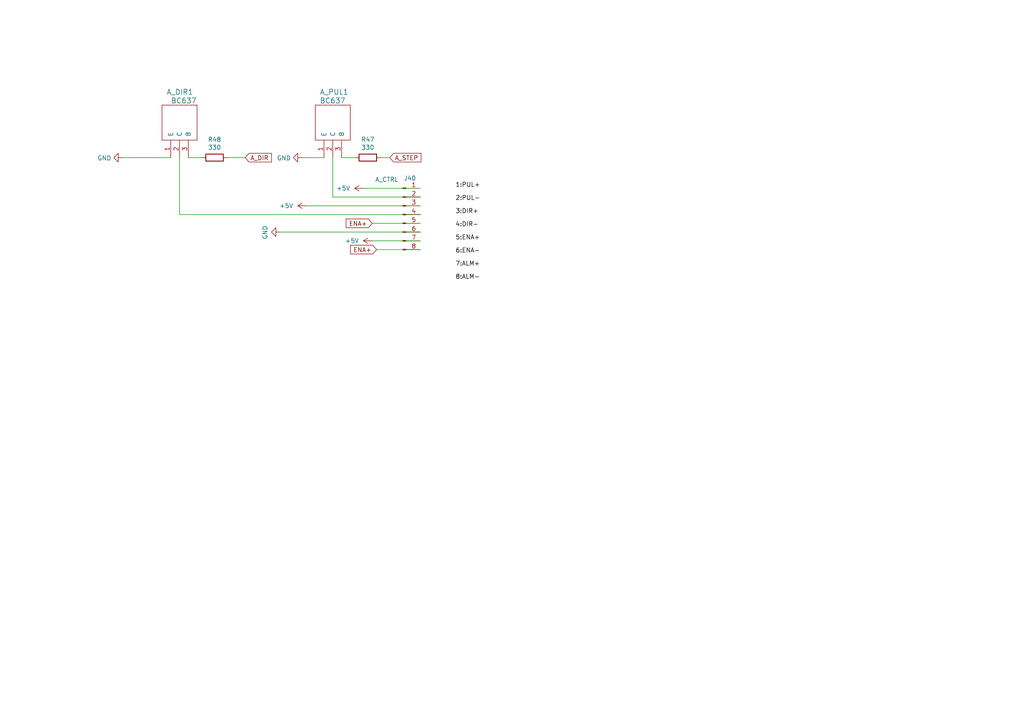
<source format=kicad_sch>
(kicad_sch (version 20211123) (generator eeschema)
  (paper "A4")
  (lib_symbols
    (symbol "Connector:Conn_01x08_Male" (pin_names (offset 1.016) hide)
      (property "Reference" "J" (at 0 10.16 0))
      (property "Value" "Conn_01x08_Male" (at 0 -12.7 0))
      (symbol "Conn_01x08_Male_1_1"
        (polyline (pts (xy 1.27 -10.16) (xy 0.8636 -10.16)) (stroke (width 0.1524)))
        (polyline (pts (xy 1.27 -7.62) (xy 0.8636 -7.62)) (stroke (width 0.1524)))
        (polyline (pts (xy 1.27 -5.08) (xy 0.8636 -5.08)) (stroke (width 0.1524)))
        (polyline (pts (xy 1.27 -2.54) (xy 0.8636 -2.54)) (stroke (width 0.1524)))
        (polyline (pts (xy 1.27 0) (xy 0.8636 0)) (stroke (width 0.1524)))
        (polyline (pts (xy 1.27 2.54) (xy 0.8636 2.54)) (stroke (width 0.1524)))
        (polyline (pts (xy 1.27 5.08) (xy 0.8636 5.08)) (stroke (width 0.1524)))
        (polyline (pts (xy 1.27 7.62) (xy 0.8636 7.62)) (stroke (width 0.1524)))
        (rectangle (start 0.8636 -10.033) (end 0 -10.287) (stroke (width 0.1524)) (fill (type outline)))
        (rectangle (start 0.8636 -7.493) (end 0 -7.747) (stroke (width 0.1524)) (fill (type outline)))
        (rectangle (start 0.8636 -4.953) (end 0 -5.207) (stroke (width 0.1524)) (fill (type outline)))
        (rectangle (start 0.8636 -2.413) (end 0 -2.667) (stroke (width 0.1524)) (fill (type outline)))
        (rectangle (start 0.8636 0.127) (end 0 -0.127) (stroke (width 0.1524)) (fill (type outline)))
        (rectangle (start 0.8636 2.667) (end 0 2.413) (stroke (width 0.1524)) (fill (type outline)))
        (rectangle (start 0.8636 5.207) (end 0 4.953) (stroke (width 0.1524)) (fill (type outline)))
        (rectangle (start 0.8636 7.747) (end 0 7.493) (stroke (width 0.1524)) (fill (type outline)))
        (pin passive line (at 5.08 7.62 180) (length 3.81) (name "Pin_1") (number "1"))
        (pin passive line (at 5.08 5.08 180) (length 3.81) (name "Pin_2") (number "2"))
        (pin passive line (at 5.08 2.54 180) (length 3.81) (name "Pin_3") (number "3"))
        (pin passive line (at 5.08 0 180) (length 3.81) (name "Pin_4") (number "4"))
        (pin passive line (at 5.08 -2.54 180) (length 3.81) (name "Pin_5") (number "5"))
        (pin passive line (at 5.08 -5.08 180) (length 3.81) (name "Pin_6") (number "6"))
        (pin passive line (at 5.08 -7.62 180) (length 3.81) (name "Pin_7") (number "7"))
        (pin passive line (at 5.08 -10.16 180) (length 3.81) (name "Pin_8") (number "8"))
      )
    )
    (symbol "Device:R" (pin_numbers hide) (pin_names (offset 0))
      (property "Reference" "R" (at 2.032 0 90))
      (property "Value" "R" (at 0 0 90))
      (symbol "R_0_1"
        (rectangle (start -1.016 -2.54) (end 1.016 2.54) (stroke (width 0.254)))
      )
      (symbol "R_1_1"
        (pin passive line (at 0 3.81 270) (length 1.27) (name "~") (number "1"))
        (pin passive line (at 0 -3.81 90) (length 1.27) (name "~") (number "2"))
      )
    )
    (symbol "cncBord3-rescue:BC637-slydif_standard" (pin_names (offset 1.016))
      (property "Reference" "U" (at 16.51 7.62 0))
      (property "Value" "BC637-slydif_standard" (at 16.51 5.08 0))
      (symbol "BC637-slydif_standard_1_0"
        (polyline (pts (xy 5.08 2.54) (xy 5.08 -7.62)))
        (polyline (pts (xy 5.08 2.54) (xy 15.24 2.54)))
        (polyline (pts (xy 15.24 -7.62) (xy 5.08 -7.62)))
        (polyline (pts (xy 15.24 -7.62) (xy 15.24 2.54)))
        (pin bidirectional line (at 0 0 0) (length 5.08) (name "E") (number "1"))
        (pin bidirectional line (at 0 -2.54 0) (length 5.08) (name "C") (number "2"))
        (pin bidirectional line (at 0 -5.08 0) (length 5.08) (name "B") (number "3"))
      )
    )
    (symbol "power:+5V" (power) (pin_names (offset 0))
      (property "Value" "+5V" (at 0 3.556 0))
      (symbol "+5V_0_1"
        (polyline (pts (xy -0.762 1.27) (xy 0 2.54)))
        (polyline (pts (xy 0 0) (xy 0 2.54)))
        (polyline (pts (xy 0 2.54) (xy 0.762 1.27)))
      )
      (symbol "+5V_1_1"
        (pin power_in line (at 0 0 90) (length 0) hide (name "+5V") (number "1"))
      )
    )
    (symbol "power:GND" (power) (pin_names (offset 0))
      (property "Value" "GND" (at 0 -3.81 0))
      (symbol "GND_0_1"
        (polyline (pts (xy 0 0) (xy 0 -1.27) (xy 1.27 -1.27) (xy 0 -2.54) (xy -1.27 -1.27) (xy 0 -1.27)))
      )
      (symbol "GND_1_1"
        (pin power_in line (at 0 0 270) (length 0) hide (name "GND") (number "1"))
      )
    )
  )
  (wire (pts (xy 113.03 45.72) (xy 110.49 45.72)))
  (wire (pts (xy 35.56 45.72) (xy 49.53 45.72)))
  (wire (pts (xy 96.52 57.15) (xy 96.52 45.72)))
  (wire (pts (xy 107.95 64.77) (xy 121.92 64.77)))
  (wire (pts (xy 66.04 45.72) (xy 71.12 45.72)))
  (wire (pts (xy 54.61 45.72) (xy 58.42 45.72)))
  (wire (pts (xy 93.98 45.72) (xy 87.63 45.72)))
  (wire (pts (xy 105.41 54.61) (xy 121.92 54.61)))
  (wire (pts (xy 102.87 45.72) (xy 99.06 45.72)))
  (wire (pts (xy 96.52 57.15) (xy 121.92 57.15)))
  (wire (pts (xy 52.07 62.23) (xy 121.92 62.23)))
  (wire (pts (xy 81.28 67.31) (xy 121.92 67.31)))
  (wire (pts (xy 52.07 62.23) (xy 52.07 45.72)))
  (wire (pts (xy 88.9 59.69) (xy 121.92 59.69)))
  (wire (pts (xy 107.95 69.85) (xy 121.92 69.85)))
  (wire (pts (xy 109.22 72.39) (xy 121.92 72.39)))
  (label "1:PUL+" (at 132.08 54.61 0))
  (label "8:ALM-" (at 132.08 81.28 0))
  (label "4:DIR-" (at 132.08 66.04 0))
  (label "2:PUL-" (at 132.08 58.42 0))
  (label "7:ALM+" (at 132.08 77.47 0))
  (label "5:ENA+" (at 132.08 69.85 0))
  (label "3:DIR+" (at 132.08 62.23 0))
  (label "6:ENA-" (at 132.08 73.66 0))
  (global_label "ENA+" (shape input) (at 107.95 64.77 180) (property "Intersheet References" "${INTERSHEET_REFS}" (effects hide)))
  (global_label "A_STEP" (shape input) (at 113.03 45.72 0) (property "Intersheet References" "${INTERSHEET_REFS}" (effects hide)))
  (global_label "ENA+" (shape input) (at 109.22 72.39 180) (property "Intersheet References" "${INTERSHEET_REFS}" (effects hide)))
  (global_label "A_DIR" (shape input) (at 71.12 45.72 0) (property "Intersheet References" "${INTERSHEET_REFS}" (effects hide)))
  (symbol (lib_id "Connector:Conn_01x08_Male") (at 116.84 62.23 0) (unit 1)
    (property "Reference" "J40" (at 120.7008 51.689 0) (effects (justify right)))
    (property "Value" "A_CTRL" (at 115.57 52.07 0) (effects (justify right)))
    (property "Footprint" "Connector_JST:JST_EH_B8B-EH-A_1x08_P2.50mm_Vertical" (effects hide))
  )
  (symbol (lib_id "power:GND") (at 81.28 67.31 270) (unit 1)
    (property "Reference" "#PWR0131" (effects hide))
    (property "Value" "GND" (at 76.8858 67.437 0))
  )
  (symbol (lib_id "power:GND") (at 87.63 45.72 270) (unit 1)
    (property "Reference" "#PWR0130" (effects hide))
    (property "Value" "GND" (at 84.3788 45.847 90) (effects (justify right)))
  )
  (symbol (lib_id "power:GND") (at 35.56 45.72 270) (unit 1)
    (property "Reference" "#PWR0140" (effects hide))
    (property "Value" "GND" (at 32.3088 45.847 90) (effects (justify right)))
  )
  (symbol (lib_id "Device:R") (at 62.23 45.72 270) (unit 1)
    (property "Reference" "R48" (at 62.23 40.4622 90))
    (property "Value" "330" (at 62.23 42.7736 90))
    (property "Footprint" "Resistor_SMD:R_1210_3225Metric_Pad1.30x2.65mm_HandSolder" (effects hide))
  )
  (symbol (lib_id "Device:R") (at 106.68 45.72 270) (unit 1)
    (property "Reference" "R47" (at 106.68 40.4622 90))
    (property "Value" "330" (at 106.68 42.7736 90))
    (property "Footprint" "Resistor_SMD:R_1210_3225Metric_Pad1.30x2.65mm_HandSolder" (effects hide))
  )
  (symbol (lib_id "power:+5V") (at 107.95 69.85 90) (unit 1)
    (property "Reference" "#PWR0203" (effects hide))
    (property "Value" "+5V" (at 104.14 69.8499 90) (effects (justify left)))
  )
  (symbol (lib_id "power:+5V") (at 88.9 59.69 90) (unit 1)
    (property "Reference" "#PWR0120" (effects hide))
    (property "Value" "+5V" (at 85.09 59.6899 90) (effects (justify left)))
  )
  (symbol (lib_id "power:+5V") (at 105.41 54.61 90) (unit 1)
    (property "Reference" "#PWR0119" (effects hide))
    (property "Value" "+5V" (at 101.6 54.6099 90) (effects (justify left)))
  )
  (symbol (lib_id "cncBord3-rescue:BC637-slydif_standard") (at 49.53 45.72 90) (unit 1)
    (property "Reference" "A_DIR1" (at 48.26 26.67 90) (effects (font (size 1.4986 1.4986)) (justify right)))
    (property "Value" "BC637" (at 49.53 29.21 90) (effects (font (size 1.4986 1.4986)) (justify right)))
    (property "Footprint" "Package_TO_SOT_THT:TO-92_HandSolder" (effects hide))
  )
  (symbol (lib_id "cncBord3-rescue:BC637-slydif_standard") (at 93.98 45.72 90) (unit 1)
    (property "Reference" "A_PUL1" (at 92.71 26.67 90) (effects (font (size 1.4986 1.4986)) (justify right)))
    (property "Value" "BC637" (at 92.71 29.21 90) (effects (font (size 1.4986 1.4986)) (justify right)))
    (property "Footprint" "Package_TO_SOT_THT:TO-92_HandSolder" (effects hide))
  )
)
</source>
